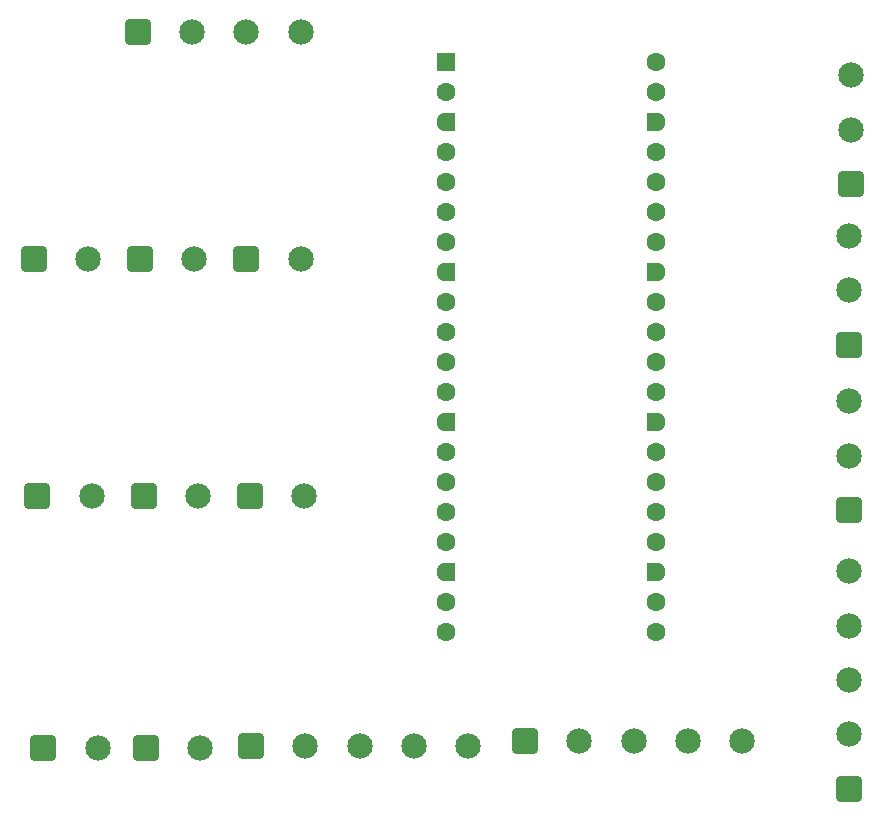
<source format=gbr>
%TF.GenerationSoftware,KiCad,Pcbnew,9.0.2*%
%TF.CreationDate,2025-07-17T15:39:28+07:00*%
%TF.ProjectId,KiCAD,4b694341-442e-46b6-9963-61645f706362,rev?*%
%TF.SameCoordinates,Original*%
%TF.FileFunction,Copper,L2,Bot*%
%TF.FilePolarity,Positive*%
%FSLAX46Y46*%
G04 Gerber Fmt 4.6, Leading zero omitted, Abs format (unit mm)*
G04 Created by KiCad (PCBNEW 9.0.2) date 2025-07-17 15:39:28*
%MOMM*%
%LPD*%
G01*
G04 APERTURE LIST*
G04 Aperture macros list*
%AMRoundRect*
0 Rectangle with rounded corners*
0 $1 Rounding radius*
0 $2 $3 $4 $5 $6 $7 $8 $9 X,Y pos of 4 corners*
0 Add a 4 corners polygon primitive as box body*
4,1,4,$2,$3,$4,$5,$6,$7,$8,$9,$2,$3,0*
0 Add four circle primitives for the rounded corners*
1,1,$1+$1,$2,$3*
1,1,$1+$1,$4,$5*
1,1,$1+$1,$6,$7*
1,1,$1+$1,$8,$9*
0 Add four rect primitives between the rounded corners*
20,1,$1+$1,$2,$3,$4,$5,0*
20,1,$1+$1,$4,$5,$6,$7,0*
20,1,$1+$1,$6,$7,$8,$9,0*
20,1,$1+$1,$8,$9,$2,$3,0*%
%AMFreePoly0*
4,1,37,0.603843,0.796157,0.639018,0.796157,0.711114,0.766294,0.766294,0.711114,0.796157,0.639018,0.796157,0.603843,0.800000,0.600000,0.800000,-0.600000,0.796157,-0.603843,0.796157,-0.639018,0.766294,-0.711114,0.711114,-0.766294,0.639018,-0.796157,0.603843,-0.796157,0.600000,-0.800000,0.000000,-0.800000,0.000000,-0.796148,-0.078414,-0.796148,-0.232228,-0.765552,-0.377117,-0.705537,
-0.507515,-0.618408,-0.618408,-0.507515,-0.705537,-0.377117,-0.765552,-0.232228,-0.796148,-0.078414,-0.796148,0.078414,-0.765552,0.232228,-0.705537,0.377117,-0.618408,0.507515,-0.507515,0.618408,-0.377117,0.705537,-0.232228,0.765552,-0.078414,0.796148,0.000000,0.796148,0.000000,0.800000,0.600000,0.800000,0.603843,0.796157,0.603843,0.796157,$1*%
%AMFreePoly1*
4,1,37,0.000000,0.796148,0.078414,0.796148,0.232228,0.765552,0.377117,0.705537,0.507515,0.618408,0.618408,0.507515,0.705537,0.377117,0.765552,0.232228,0.796148,0.078414,0.796148,-0.078414,0.765552,-0.232228,0.705537,-0.377117,0.618408,-0.507515,0.507515,-0.618408,0.377117,-0.705537,0.232228,-0.765552,0.078414,-0.796148,0.000000,-0.796148,0.000000,-0.800000,-0.600000,-0.800000,
-0.603843,-0.796157,-0.639018,-0.796157,-0.711114,-0.766294,-0.766294,-0.711114,-0.796157,-0.639018,-0.796157,-0.603843,-0.800000,-0.600000,-0.800000,0.600000,-0.796157,0.603843,-0.796157,0.639018,-0.766294,0.711114,-0.711114,0.766294,-0.639018,0.796157,-0.603843,0.796157,-0.600000,0.800000,0.000000,0.800000,0.000000,0.796148,0.000000,0.796148,$1*%
G04 Aperture macros list end*
%TA.AperFunction,ComponentPad*%
%ADD10RoundRect,0.200000X-0.600000X-0.600000X0.600000X-0.600000X0.600000X0.600000X-0.600000X0.600000X0*%
%TD*%
%TA.AperFunction,ComponentPad*%
%ADD11C,1.600000*%
%TD*%
%TA.AperFunction,ComponentPad*%
%ADD12FreePoly0,0.000000*%
%TD*%
%TA.AperFunction,ComponentPad*%
%ADD13FreePoly1,0.000000*%
%TD*%
%TA.AperFunction,ComponentPad*%
%ADD14RoundRect,0.250000X-0.825000X-0.825000X0.825000X-0.825000X0.825000X0.825000X-0.825000X0.825000X0*%
%TD*%
%TA.AperFunction,ComponentPad*%
%ADD15C,2.150000*%
%TD*%
%TA.AperFunction,ComponentPad*%
%ADD16RoundRect,0.250000X0.825000X-0.825000X0.825000X0.825000X-0.825000X0.825000X-0.825000X-0.825000X0*%
%TD*%
G04 APERTURE END LIST*
D10*
%TO.P,A1,1,GPIO0*%
%TO.N,Net-(A1-GPIO0)*%
X181520000Y-63660000D03*
D11*
%TO.P,A1,2,GPIO1*%
%TO.N,Net-(A1-GPIO1)*%
X181520000Y-66200000D03*
D12*
%TO.P,A1,3,GND*%
%TO.N,unconnected-(A1-GND-Pad13)_2*%
X181520000Y-68740000D03*
D11*
%TO.P,A1,4,GPIO2*%
%TO.N,Net-(A1-GPIO2)*%
X181520000Y-71280000D03*
%TO.P,A1,5,GPIO3*%
%TO.N,Net-(A1-GPIO3)*%
X181520000Y-73820000D03*
%TO.P,A1,6,GPIO4*%
%TO.N,Net-(A1-GPIO4)*%
X181520000Y-76360000D03*
%TO.P,A1,7,GPIO5*%
%TO.N,Net-(A1-GPIO5)*%
X181520000Y-78900000D03*
D12*
%TO.P,A1,8,GND*%
%TO.N,unconnected-(A1-GND-Pad13)*%
X181520000Y-81440000D03*
D11*
%TO.P,A1,9,GPIO6*%
%TO.N,Net-(A1-GPIO6)*%
X181520000Y-83980000D03*
%TO.P,A1,10,GPIO7*%
%TO.N,Net-(A1-GPIO7)*%
X181520000Y-86520000D03*
%TO.P,A1,11,GPIO8*%
%TO.N,Net-(A1-GPIO8)*%
X181520000Y-89060000D03*
%TO.P,A1,12,GPIO9*%
%TO.N,Net-(A1-GPIO9)*%
X181520000Y-91600000D03*
D12*
%TO.P,A1,13,GND*%
%TO.N,unconnected-(A1-GND-Pad13)_6*%
X181520000Y-94140000D03*
D11*
%TO.P,A1,14,GPIO10*%
%TO.N,Net-(A1-GPIO10)*%
X181520000Y-96680000D03*
%TO.P,A1,15,GPIO11*%
%TO.N,Net-(A1-GPIO11)*%
X181520000Y-99220000D03*
%TO.P,A1,16,GPIO12*%
%TO.N,Net-(A1-GPIO12)*%
X181520000Y-101760000D03*
%TO.P,A1,17,GPIO13*%
%TO.N,Net-(A1-GPIO13)*%
X181520000Y-104300000D03*
D12*
%TO.P,A1,18,GND*%
%TO.N,unconnected-(A1-GND-Pad13)_4*%
X181520000Y-106840000D03*
D11*
%TO.P,A1,19,GPIO14*%
%TO.N,Net-(A1-GPIO14)*%
X181520000Y-109380000D03*
%TO.P,A1,20,GPIO15*%
%TO.N,Net-(A1-GPIO15)*%
X181520000Y-111920000D03*
%TO.P,A1,21,GPIO16*%
%TO.N,Net-(A1-GPIO16)*%
X199300000Y-111920000D03*
%TO.P,A1,22,GPIO17*%
%TO.N,Net-(A1-GPIO17)*%
X199300000Y-109380000D03*
D13*
%TO.P,A1,23,GND*%
%TO.N,unconnected-(A1-GND-Pad13)_5*%
X199300000Y-106840000D03*
D11*
%TO.P,A1,24,GPIO18*%
%TO.N,Net-(A1-GPIO18)*%
X199300000Y-104300000D03*
%TO.P,A1,25,GPIO19*%
%TO.N,unconnected-(A1-GPIO19-Pad25)*%
X199300000Y-101760000D03*
%TO.P,A1,26,GPIO20*%
%TO.N,unconnected-(A1-GPIO20-Pad26)*%
X199300000Y-99220000D03*
%TO.P,A1,27,GPIO21*%
%TO.N,unconnected-(A1-GPIO21-Pad27)*%
X199300000Y-96680000D03*
D13*
%TO.P,A1,28,GND*%
%TO.N,unconnected-(A1-GND-Pad13)_3*%
X199300000Y-94140000D03*
D11*
%TO.P,A1,29,GPIO22*%
%TO.N,unconnected-(A1-GPIO22-Pad29)*%
X199300000Y-91600000D03*
%TO.P,A1,30,RUN*%
%TO.N,unconnected-(A1-RUN-Pad30)*%
X199300000Y-89060000D03*
%TO.P,A1,31,GPIO26_ADC0*%
%TO.N,Net-(A1-GPIO26_ADC0)*%
X199300000Y-86520000D03*
%TO.P,A1,32,GPIO27_ADC1*%
%TO.N,Net-(A1-GPIO27_ADC1)*%
X199300000Y-83980000D03*
D13*
%TO.P,A1,33,AGND*%
%TO.N,unconnected-(A1-AGND-Pad33)*%
X199300000Y-81440000D03*
D11*
%TO.P,A1,34,GPIO28_ADC2*%
%TO.N,Net-(A1-GPIO28_ADC2)*%
X199300000Y-78900000D03*
%TO.P,A1,35,ADC_VREF*%
%TO.N,unconnected-(A1-ADC_VREF-Pad35)*%
X199300000Y-76360000D03*
%TO.P,A1,36,3V3*%
%TO.N,Net-(A1-3V3)*%
X199300000Y-73820000D03*
%TO.P,A1,37,3V3_EN*%
%TO.N,unconnected-(A1-3V3_EN-Pad37)*%
X199300000Y-71280000D03*
D13*
%TO.P,A1,38,GND*%
%TO.N,unconnected-(A1-GND-Pad13)_1*%
X199300000Y-68740000D03*
D11*
%TO.P,A1,39,VSYS*%
%TO.N,unconnected-(A1-VSYS-Pad39)*%
X199300000Y-66200000D03*
%TO.P,A1,40,VBUS*%
%TO.N,unconnected-(A1-VBUS-Pad40)*%
X199300000Y-63660000D03*
%TD*%
D14*
%TO.P,SW8,1,1*%
%TO.N,GND*%
X156100000Y-121790000D03*
D15*
%TO.P,SW8,2,2*%
%TO.N,Net-(A1-GPIO9)*%
X160700000Y-121790000D03*
%TD*%
D14*
%TO.P,SW4,1,1*%
%TO.N,GND*%
X164890000Y-100390000D03*
D15*
%TO.P,SW4,2,2*%
%TO.N,Net-(A1-GPIO5)*%
X169490000Y-100390000D03*
%TD*%
D16*
%TO.P,ME2,1,OUT*%
%TO.N,Net-(A1-GPIO27_ADC1)*%
X215780000Y-74000000D03*
D15*
%TO.P,ME2,2,Vcc*%
%TO.N,Net-(A1-3V3)*%
X215780000Y-69400000D03*
%TO.P,ME2,3,GND*%
%TO.N,GND*%
X215780000Y-64800000D03*
%TD*%
D14*
%TO.P,SW10,A,A*%
%TO.N,Net-(A1-GPIO13)*%
X188190000Y-121200000D03*
D15*
%TO.P,SW10,B,B*%
%TO.N,Net-(A1-GPIO14)*%
X192790000Y-121200000D03*
%TO.P,SW10,C,C*%
%TO.N,GND*%
X197390000Y-121200000D03*
%TO.P,SW10,S1,S1*%
%TO.N,Net-(A1-GPIO15)*%
X201990000Y-121200000D03*
%TO.P,SW10,S2,S2*%
%TO.N,GND*%
X206590000Y-121200000D03*
%TD*%
D14*
%TO.P,DG1,1,SDA*%
%TO.N,Net-(A1-GPIO0)*%
X155400000Y-61100000D03*
D15*
%TO.P,DG1,2,SCL*%
%TO.N,Net-(A1-GPIO1)*%
X160000000Y-61100000D03*
%TO.P,DG1,3,Vcc*%
%TO.N,Net-(A1-3V3)*%
X164600000Y-61100000D03*
%TO.P,DG1,4,GND*%
%TO.N,GND*%
X169200000Y-61100000D03*
%TD*%
D16*
%TO.P,ME1,1,OUT*%
%TO.N,Net-(A1-GPIO26_ADC0)*%
X215590000Y-101600000D03*
D15*
%TO.P,ME1,2,Vcc*%
%TO.N,Net-(A1-3V3)*%
X215590000Y-97000000D03*
%TO.P,ME1,3,GND*%
%TO.N,GND*%
X215590000Y-92400000D03*
%TD*%
D14*
%TO.P,SW2,1,1*%
%TO.N,GND*%
X155590000Y-80390000D03*
D15*
%TO.P,SW2,2,2*%
%TO.N,Net-(A1-GPIO3)*%
X160190000Y-80390000D03*
%TD*%
D14*
%TO.P,SW1,1,1*%
%TO.N,GND*%
X164590000Y-80390000D03*
D15*
%TO.P,SW1,2,2*%
%TO.N,Net-(A1-GPIO2)*%
X169190000Y-80390000D03*
%TD*%
D16*
%TO.P,SW11,A,A*%
%TO.N,Net-(A1-GPIO16)*%
X215600000Y-125200000D03*
D15*
%TO.P,SW11,B,B*%
%TO.N,Net-(A1-GPIO17)*%
X215600000Y-120600000D03*
%TO.P,SW11,C,C*%
%TO.N,GND*%
X215600000Y-116000000D03*
%TO.P,SW11,S1,S1*%
%TO.N,Net-(A1-GPIO18)*%
X215600000Y-111400000D03*
%TO.P,SW11,S2,S2*%
%TO.N,GND*%
X215600000Y-106800000D03*
%TD*%
D14*
%TO.P,SW7,1,1*%
%TO.N,GND*%
X147400000Y-121790000D03*
D15*
%TO.P,SW7,2,2*%
%TO.N,Net-(A1-GPIO8)*%
X152000000Y-121790000D03*
%TD*%
D14*
%TO.P,SW6,1,1*%
%TO.N,GND*%
X146890000Y-100390000D03*
D15*
%TO.P,SW6,2,2*%
%TO.N,Net-(A1-GPIO7)*%
X151490000Y-100390000D03*
%TD*%
D16*
%TO.P,RV1,1,1*%
%TO.N,GND*%
X215590000Y-87600000D03*
D15*
%TO.P,RV1,2,2*%
%TO.N,Net-(A1-GPIO28_ADC2)*%
X215590000Y-83000000D03*
%TO.P,RV1,3,3*%
%TO.N,Net-(A1-3V3)*%
X215590000Y-78400000D03*
%TD*%
D14*
%TO.P,SW3,1,1*%
%TO.N,GND*%
X146590000Y-80390000D03*
D15*
%TO.P,SW3,2,2*%
%TO.N,Net-(A1-GPIO4)*%
X151190000Y-80390000D03*
%TD*%
D14*
%TO.P,SW5,1,1*%
%TO.N,GND*%
X155890000Y-100390000D03*
D15*
%TO.P,SW5,2,2*%
%TO.N,Net-(A1-GPIO6)*%
X160490000Y-100390000D03*
%TD*%
D14*
%TO.P,SW9,A,A*%
%TO.N,Net-(A1-GPIO10)*%
X164990000Y-121600000D03*
D15*
%TO.P,SW9,B,B*%
%TO.N,Net-(A1-GPIO11)*%
X169590000Y-121600000D03*
%TO.P,SW9,C,C*%
%TO.N,GND*%
X174190000Y-121600000D03*
%TO.P,SW9,S1,S1*%
%TO.N,Net-(A1-GPIO12)*%
X178790000Y-121600000D03*
%TO.P,SW9,S2,S2*%
%TO.N,GND*%
X183390000Y-121600000D03*
%TD*%
M02*

</source>
